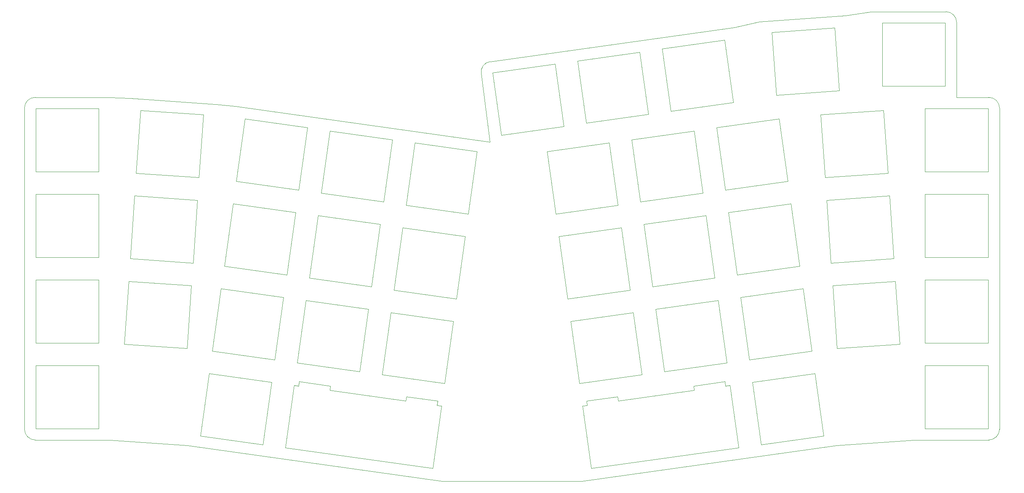
<source format=gbr>
G04 #@! TF.GenerationSoftware,KiCad,Pcbnew,(5.1.4)-1*
G04 #@! TF.CreationDate,2021-09-18T03:02:54-10:00*
G04 #@! TF.ProjectId,oya38split,6f796133-3873-4706-9c69-742e6b696361,rev?*
G04 #@! TF.SameCoordinates,Original*
G04 #@! TF.FileFunction,Profile,NP*
%FSLAX46Y46*%
G04 Gerber Fmt 4.6, Leading zero omitted, Abs format (unit mm)*
G04 Created by KiCad (PCBNEW (5.1.4)-1) date 2021-09-18 03:02:54*
%MOMM*%
%LPD*%
G04 APERTURE LIST*
%ADD10C,0.050000*%
G04 APERTURE END LIST*
D10*
X179460842Y-114163889D02*
X179600537Y-115157871D01*
X203416732Y-111810724D02*
X204403286Y-111672072D01*
X196341447Y-111791476D02*
X196481142Y-112785457D01*
X203277037Y-110816742D02*
X196341447Y-111791476D01*
X204403286Y-111672072D02*
X206351710Y-125535825D01*
X203416732Y-111810724D02*
X203277037Y-110816742D01*
X172529213Y-115138066D02*
X179460842Y-114163889D01*
X172668908Y-116132048D02*
X172529213Y-115138066D01*
X173623350Y-130135496D02*
X171674926Y-116271743D01*
X206351710Y-125535825D02*
X173623350Y-130135496D01*
X171674926Y-116271743D02*
X172668908Y-116132048D01*
X196481142Y-112785457D02*
X179600537Y-115157871D01*
X115605770Y-111791962D02*
X115466075Y-112785944D01*
X139282269Y-116133092D02*
X140268824Y-116271743D01*
X132486374Y-114164377D02*
X132346679Y-115158358D01*
X139421964Y-115139110D02*
X132486374Y-114164377D01*
X140268824Y-116271743D02*
X138320401Y-130135496D01*
X139282269Y-116133092D02*
X139421964Y-115139110D01*
X108674141Y-110817785D02*
X115605770Y-111791962D01*
X108534446Y-111811767D02*
X108674141Y-110817785D01*
X105592041Y-125535825D02*
X107540465Y-111672072D01*
X138320401Y-130135496D02*
X105592041Y-125535825D01*
X107540465Y-111672072D02*
X108534446Y-111811767D01*
X132346679Y-115158358D02*
X115466075Y-112785944D01*
X223267893Y-109020824D02*
X225216317Y-122884578D01*
X225216317Y-122884578D02*
X211352563Y-124833002D01*
X209404139Y-110969248D02*
X223267893Y-109020824D01*
X211352563Y-124833002D02*
X209404139Y-110969248D01*
X102539611Y-110969248D02*
X100591187Y-124833002D01*
X100591187Y-124833002D02*
X86727433Y-122884578D01*
X88675857Y-109020824D02*
X102539611Y-110969248D01*
X86727433Y-122884578D02*
X88675857Y-109020824D01*
X222565069Y-104019971D02*
X208701315Y-105968395D01*
X220616645Y-90156217D02*
X222565069Y-104019971D01*
X208701315Y-105968395D02*
X206752891Y-92104641D01*
X206752891Y-92104641D02*
X220616645Y-90156217D01*
X187888284Y-94755889D02*
X201752038Y-92807465D01*
X184835856Y-109322466D02*
X170972102Y-111270889D01*
X189836708Y-108619643D02*
X187888284Y-94755889D01*
X203700462Y-106671219D02*
X189836708Y-108619643D01*
X170972102Y-111270889D02*
X169023678Y-97407135D01*
X201752038Y-92807465D02*
X203700462Y-106671219D01*
X182887432Y-95458712D02*
X184835856Y-109322466D01*
X169023678Y-97407135D02*
X182887432Y-95458712D01*
X219913823Y-85155363D02*
X206050069Y-87103787D01*
X217965399Y-71291609D02*
X219913823Y-85155363D01*
X206050069Y-87103787D02*
X204101645Y-73240033D01*
X204101645Y-73240033D02*
X217965399Y-71291609D01*
X185237038Y-75891281D02*
X199100792Y-73942857D01*
X182184610Y-90457858D02*
X168320856Y-92406281D01*
X187185462Y-89755035D02*
X185237038Y-75891281D01*
X201049216Y-87806611D02*
X187185462Y-89755035D01*
X168320856Y-92406281D02*
X166372432Y-78542527D01*
X199100792Y-73942857D02*
X201049216Y-87806611D01*
X180236186Y-76594104D02*
X182184610Y-90457858D01*
X166372432Y-78542527D02*
X180236186Y-76594104D01*
X217262575Y-66290757D02*
X203398821Y-68239181D01*
X215314151Y-52427003D02*
X217262575Y-66290757D01*
X203398821Y-68239181D02*
X201450397Y-54375427D01*
X201450397Y-54375427D02*
X215314151Y-52427003D01*
X182585790Y-57026675D02*
X196449544Y-55078251D01*
X179533362Y-71593252D02*
X165669608Y-73541675D01*
X184534214Y-70890429D02*
X182585790Y-57026675D01*
X198397968Y-68942005D02*
X184534214Y-70890429D01*
X165669608Y-73541675D02*
X163721184Y-59677921D01*
X196449544Y-55078251D02*
X198397968Y-68942005D01*
X177584938Y-57729498D02*
X179533362Y-71593252D01*
X163721184Y-59677921D02*
X177584938Y-57729498D01*
X205179024Y-48751774D02*
X191315270Y-50700198D01*
X203230600Y-34888020D02*
X205179024Y-48751774D01*
X191315270Y-50700198D02*
X189366846Y-36836444D01*
X189366846Y-36836444D02*
X203230600Y-34888020D01*
X170502239Y-39487692D02*
X184365993Y-37539268D01*
X167449811Y-54054269D02*
X153586057Y-56002692D01*
X172450663Y-53351446D02*
X170502239Y-39487692D01*
X186314417Y-51403022D02*
X172450663Y-53351446D01*
X153586057Y-56002692D02*
X151637633Y-42138938D01*
X184365993Y-37539268D02*
X186314417Y-51403022D01*
X165501387Y-40190515D02*
X167449811Y-54054269D01*
X151637633Y-42138938D02*
X165501387Y-40190515D01*
X140971649Y-111270890D02*
X127107895Y-109322466D01*
X142920073Y-97407136D02*
X140971649Y-111270890D01*
X127107895Y-109322466D02*
X129056319Y-95458712D01*
X129056319Y-95458712D02*
X142920073Y-97407136D01*
X110191712Y-92807465D02*
X124055466Y-94755889D01*
X103242436Y-105968395D02*
X89378682Y-104019971D01*
X108243288Y-106671219D02*
X110191712Y-92807465D01*
X122107042Y-108619643D02*
X108243288Y-106671219D01*
X89378682Y-104019971D02*
X91327106Y-90156217D01*
X124055466Y-94755889D02*
X122107042Y-108619643D01*
X105190860Y-92104641D02*
X103242436Y-105968395D01*
X91327106Y-90156217D02*
X105190860Y-92104641D01*
X143622895Y-92406282D02*
X129759141Y-90457858D01*
X145571319Y-78542528D02*
X143622895Y-92406282D01*
X129759141Y-90457858D02*
X131707565Y-76594104D01*
X131707565Y-76594104D02*
X145571319Y-78542528D01*
X112842958Y-73942857D02*
X126706712Y-75891281D01*
X105893682Y-87103787D02*
X92029928Y-85155363D01*
X110894534Y-87806611D02*
X112842958Y-73942857D01*
X124758288Y-89755035D02*
X110894534Y-87806611D01*
X92029928Y-85155363D02*
X93978352Y-71291609D01*
X126706712Y-75891281D02*
X124758288Y-89755035D01*
X107842106Y-73240033D02*
X105893682Y-87103787D01*
X93978352Y-71291609D02*
X107842106Y-73240033D01*
X148222567Y-59677922D02*
X146274143Y-73541676D01*
X146274143Y-73541676D02*
X132410389Y-71593252D01*
X132410389Y-71593252D02*
X134358813Y-57729498D01*
X134358813Y-57729498D02*
X148222567Y-59677922D01*
X129357960Y-57026675D02*
X127409536Y-70890429D01*
X127409536Y-70890429D02*
X113545782Y-68942005D01*
X113545782Y-68942005D02*
X115494206Y-55078251D01*
X115494206Y-55078251D02*
X129357960Y-57026675D01*
X110493354Y-54375427D02*
X108544930Y-68239181D01*
X108544930Y-68239181D02*
X94681176Y-66290757D01*
X94681176Y-66290757D02*
X96629600Y-52427003D01*
X96629600Y-52427003D02*
X110493354Y-54375427D01*
X84723633Y-89502692D02*
X83747042Y-103468589D01*
X83747042Y-103468589D02*
X69781145Y-102491998D01*
X69781145Y-102491998D02*
X70757736Y-88526101D01*
X70757736Y-88526101D02*
X84723633Y-89502692D01*
X86052494Y-70499097D02*
X85075903Y-84464994D01*
X85075903Y-84464994D02*
X71110006Y-83488403D01*
X71110006Y-83488403D02*
X72086597Y-69522506D01*
X72086597Y-69522506D02*
X86052494Y-70499097D01*
X87381355Y-51495502D02*
X86404764Y-65461399D01*
X86404764Y-65461399D02*
X72438867Y-64484808D01*
X72438867Y-64484808D02*
X73415458Y-50518911D01*
X73415458Y-50518911D02*
X87381355Y-51495502D01*
X241186014Y-88526101D02*
X242162605Y-102491998D01*
X242162605Y-102491998D02*
X228196708Y-103468589D01*
X228196708Y-103468589D02*
X227220117Y-89502692D01*
X227220117Y-89502692D02*
X241186014Y-88526101D01*
X239857153Y-69522506D02*
X240833744Y-83488403D01*
X240833744Y-83488403D02*
X226867847Y-84464994D01*
X226867847Y-84464994D02*
X225891256Y-70499097D01*
X225891256Y-70499097D02*
X239857153Y-69522506D01*
X238528292Y-50518911D02*
X239504883Y-64484808D01*
X239504883Y-64484808D02*
X225538986Y-65461399D01*
X225538986Y-65461399D02*
X224562395Y-51495502D01*
X224562395Y-51495502D02*
X238528292Y-50518911D01*
X227697634Y-32179746D02*
X228674225Y-46145643D01*
X228674225Y-46145643D02*
X214708328Y-47122234D01*
X214708328Y-47122234D02*
X213731737Y-33156337D01*
X213731737Y-33156337D02*
X227697634Y-32179746D01*
X261793750Y-107300000D02*
X261793750Y-121300000D01*
X261793750Y-121300000D02*
X247793750Y-121300000D01*
X247793750Y-121300000D02*
X247793750Y-107300000D01*
X247793750Y-107300000D02*
X261793750Y-107300000D01*
X261793750Y-88250000D02*
X261793750Y-102250000D01*
X261793750Y-102250000D02*
X247793750Y-102250000D01*
X247793750Y-102250000D02*
X247793750Y-88250000D01*
X247793750Y-88250000D02*
X261793750Y-88250000D01*
X261793750Y-69200000D02*
X261793750Y-83200000D01*
X261793750Y-83200000D02*
X247793750Y-83200000D01*
X247793750Y-83200000D02*
X247793750Y-69200000D01*
X247793750Y-69200000D02*
X261793750Y-69200000D01*
X261793750Y-50150000D02*
X261793750Y-64150000D01*
X261793750Y-64150000D02*
X247793750Y-64150000D01*
X247793750Y-64150000D02*
X247793750Y-50150000D01*
X247793750Y-50150000D02*
X261793750Y-50150000D01*
X252268750Y-31100000D02*
X252268750Y-45100000D01*
X252268750Y-45100000D02*
X238268750Y-45100000D01*
X238268750Y-45100000D02*
X238268750Y-31100000D01*
X238268750Y-31100000D02*
X252268750Y-31100000D01*
X64150000Y-107300000D02*
X64150000Y-121300000D01*
X64150000Y-121300000D02*
X50150000Y-121300000D01*
X50150000Y-121300000D02*
X50150000Y-107300000D01*
X50150000Y-107300000D02*
X64150000Y-107300000D01*
X64150000Y-88250000D02*
X64150000Y-102250000D01*
X64150000Y-102250000D02*
X50150000Y-102250000D01*
X50150000Y-102250000D02*
X50150000Y-88250000D01*
X50150000Y-88250000D02*
X64150000Y-88250000D01*
X64150000Y-69200000D02*
X64150000Y-83200000D01*
X64150000Y-83200000D02*
X50150000Y-83200000D01*
X50150000Y-83200000D02*
X50150000Y-69200000D01*
X50150000Y-69200000D02*
X64150000Y-69200000D01*
X50150000Y-64150000D02*
X50150000Y-50150000D01*
X64150000Y-64150000D02*
X50150000Y-64150000D01*
X64150000Y-50150000D02*
X64150000Y-64150000D01*
X50150000Y-50150000D02*
X64150000Y-50150000D01*
X252412500Y-28575000D02*
G75*
G02X254793750Y-30956250I0J-2381250D01*
G01*
X149117199Y-42348003D02*
G75*
G02X151143869Y-39658519I2358077J331407D01*
G01*
X254793750Y-47625000D02*
X261937500Y-47625000D01*
X254793750Y-30956250D02*
X254793750Y-47625000D01*
X230040348Y-29484762D02*
X235743750Y-28575000D01*
X211036753Y-30813623D02*
X230040348Y-29484762D01*
X205379615Y-32036182D02*
X211036753Y-30813623D01*
X151143869Y-39658519D02*
X205379615Y-32036182D01*
X151074405Y-57528907D02*
X149117199Y-42348003D01*
X94480585Y-49575165D02*
X151074405Y-57528907D01*
X90076339Y-49152788D02*
X94480585Y-49575165D01*
X71072744Y-47823927D02*
X90076339Y-49152788D01*
X66675000Y-47625000D02*
X71072744Y-47823927D01*
X50006250Y-47625000D02*
X66675000Y-47625000D01*
X50006250Y-123825000D02*
X66675000Y-123825000D01*
X47625000Y-50006250D02*
G75*
G02X50006250Y-47625000I2381250J0D01*
G01*
X50006250Y-123825000D02*
G75*
G02X47625000Y-121443750I0J2381250D01*
G01*
X264318750Y-121443750D02*
G75*
G02X261937500Y-123825000I-2381250J0D01*
G01*
X228068155Y-125033593D02*
X171474335Y-132987335D01*
X245268750Y-123825000D02*
X228068155Y-125033593D01*
X83875595Y-125033593D02*
X66675000Y-123825000D01*
X171474335Y-132987335D02*
X140469415Y-132987335D01*
X47625000Y-50006250D02*
X47625000Y-121443750D01*
X140469415Y-132987335D02*
X83875595Y-125033593D01*
X261937500Y-123825000D02*
X245268750Y-123825000D01*
X264318750Y-50006250D02*
X264318750Y-121443750D01*
X261937500Y-47625000D02*
G75*
G02X264318750Y-50006250I0J-2381250D01*
G01*
X235743750Y-28575000D02*
X252412500Y-28575000D01*
M02*

</source>
